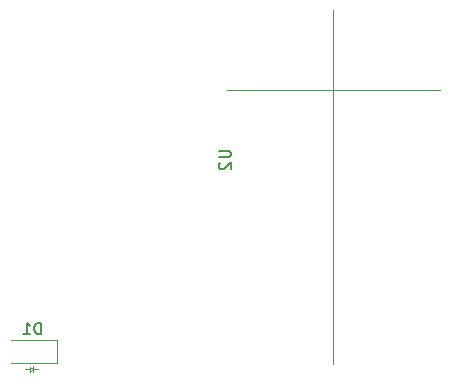
<source format=gbo>
G04 #@! TF.GenerationSoftware,KiCad,Pcbnew,(5.1.4-0-10_14)*
G04 #@! TF.CreationDate,2020-02-02T19:29:53-05:00*
G04 #@! TF.ProjectId,AIR_MINUS,4149525f-4d49-44e5-9553-2e6b69636164,rev?*
G04 #@! TF.SameCoordinates,Original*
G04 #@! TF.FileFunction,Legend,Bot*
G04 #@! TF.FilePolarity,Positive*
%FSLAX46Y46*%
G04 Gerber Fmt 4.6, Leading zero omitted, Abs format (unit mm)*
G04 Created by KiCad (PCBNEW (5.1.4-0-10_14)) date 2020-02-02 19:29:53*
%MOMM*%
%LPD*%
G04 APERTURE LIST*
%ADD10C,0.120000*%
%ADD11C,0.100000*%
%ADD12C,0.150000*%
G04 APERTURE END LIST*
D10*
X115950000Y-167450000D02*
X112100000Y-167450000D01*
X115950000Y-169450000D02*
X112100000Y-169450000D01*
X115950000Y-167450000D02*
X115950000Y-169450000D01*
D11*
X113950000Y-169700000D02*
X113950000Y-170200000D01*
X113950000Y-169950000D02*
X113950000Y-169700000D01*
X114350000Y-169950000D02*
X113950000Y-169950000D01*
X113650000Y-170150000D02*
X113950000Y-169950000D01*
X113650000Y-169750000D02*
X113650000Y-170150000D01*
X113950000Y-169950000D02*
X113650000Y-169750000D01*
X113650000Y-169950000D02*
X113250000Y-169950000D01*
D10*
X139352800Y-139531200D02*
X139352800Y-169531200D01*
X130352800Y-146281200D02*
X148352800Y-146281200D01*
D12*
X114615095Y-166997380D02*
X114615095Y-165997380D01*
X114377000Y-165997380D01*
X114234142Y-166045000D01*
X114138904Y-166140238D01*
X114091285Y-166235476D01*
X114043666Y-166425952D01*
X114043666Y-166568809D01*
X114091285Y-166759285D01*
X114138904Y-166854523D01*
X114234142Y-166949761D01*
X114377000Y-166997380D01*
X114615095Y-166997380D01*
X113091285Y-166997380D02*
X113662714Y-166997380D01*
X113377000Y-166997380D02*
X113377000Y-165997380D01*
X113472238Y-166140238D01*
X113567476Y-166235476D01*
X113662714Y-166283095D01*
X129652780Y-151440095D02*
X130462304Y-151440095D01*
X130557542Y-151487714D01*
X130605161Y-151535333D01*
X130652780Y-151630571D01*
X130652780Y-151821047D01*
X130605161Y-151916285D01*
X130557542Y-151963904D01*
X130462304Y-152011523D01*
X129652780Y-152011523D01*
X129748019Y-152440095D02*
X129700400Y-152487714D01*
X129652780Y-152582952D01*
X129652780Y-152821047D01*
X129700400Y-152916285D01*
X129748019Y-152963904D01*
X129843257Y-153011523D01*
X129938495Y-153011523D01*
X130081352Y-152963904D01*
X130652780Y-152392476D01*
X130652780Y-153011523D01*
M02*

</source>
